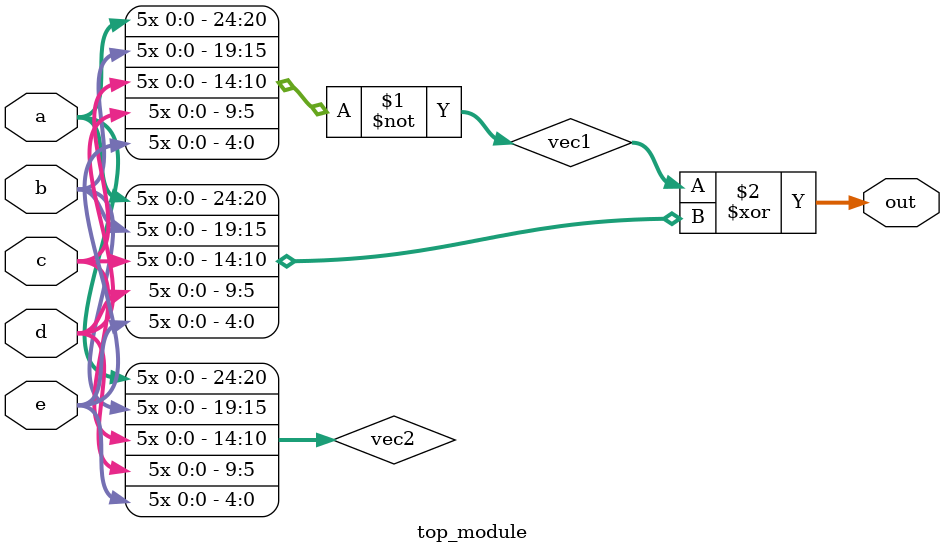
<source format=sv>
module top_module (
	input a,
	input b,
	input c,
	input d,
	input e,
	output [24:0] out
);

    wire [24:0] vec1;
    wire [24:0] vec2;

    assign vec1 = ~{ {5{a}}, {5{b}}, {5{c}}, {5{d}}, {5{e}} };
    assign vec2 = { {5{a}}, {5{b}}, {5{c}}, {5{d}}, {5{e}} };

    assign out = vec1 ^ vec2;

endmodule

</source>
